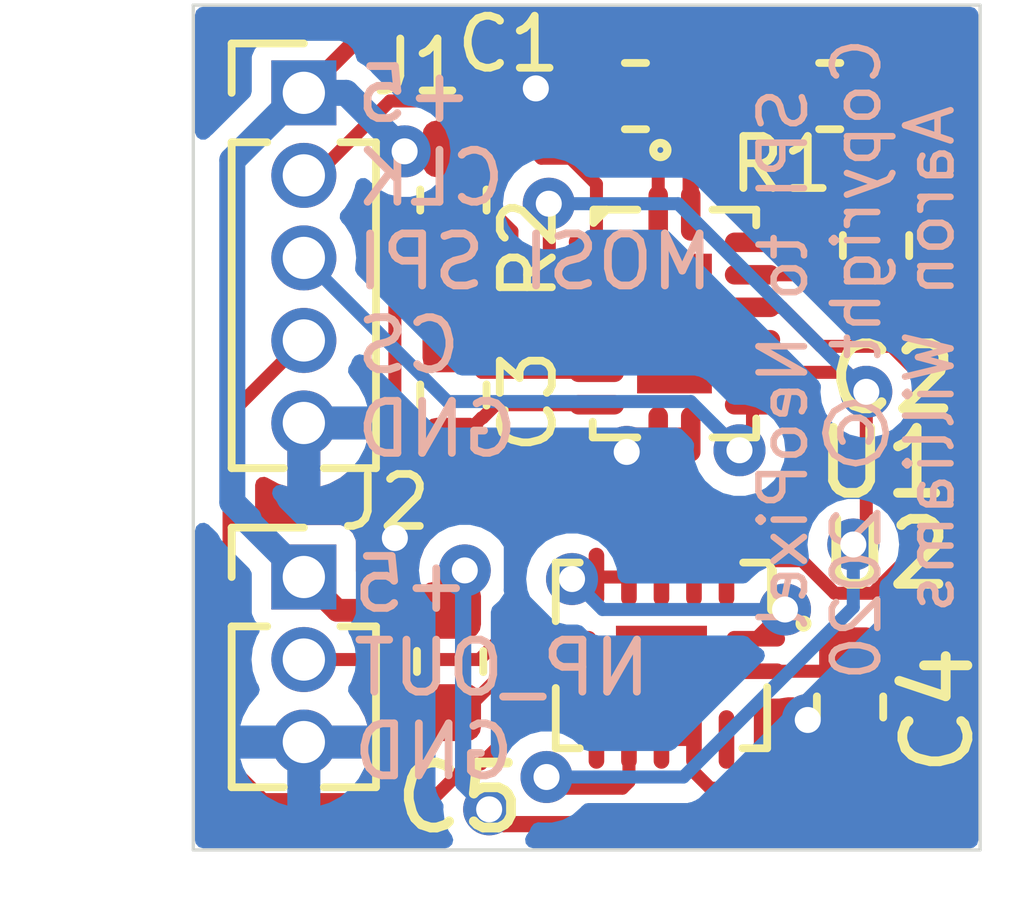
<source format=kicad_pcb>
(kicad_pcb (version 20221018) (generator pcbnew)
  (title_block (title "SPI to NeoPixel Adapter") (date "2020-04-24") (rev "1.0") (company "Aaron Williams"))
  (layers (0 "F.Cu" signal) (31 "B.Cu" signal) (34 "B.Paste" user) (35 "F.Paste" user) (36 "B.SilkS" user "B.Silkscreen") (37 "F.SilkS" user "F.Silkscreen") (38 "B.Mask" user) (39 "F.Mask" user) (44 "Edge.Cuts" user))
  (net 0 "")
  (net 1 "VBUS")
  (net 2 "GND")
  (net 3 "/SHORT_RC")
  (net 4 "Net-(C2-Pad1)")
  (net 5 "/LONG_RC")
  (net 6 "Net-(C3-Pad1)")
  (net 7 "Net-(U1-Pad4)")
  (net 8 "/CLK")
  (net 9 "/~{CLR}")
  (net 10 "/ONE")
  (net 11 "/MOSI")
  (net 12 "Net-(U1-Pad12)")
  (net 13 "/ZERO")
  (net 14 "Net-(U2-Pad13)")
  (net 15 "/~{CS}")
  (net 16 "/OUT")
  (net 17 "Net-(U2-Pad1)")
  (footprint "Capacitor_SMD:C_0603_1608Metric" (layer "F.Cu") (at 44.75 43.4)
    (fp_text reference "C1" (at -1.95 -0.8) (layer "F.SilkS") (effects (font (size 0.8 0.8) (thickness 0.12))))
    (fp_text value "0.1uF")
    (fp_line (start -0.162779 -0.51) (end 0.162779 -0.51) (stroke (width 0.12)) (layer "F.SilkS"))
    (fp_line (start -0.162779 0.51) (end 0.162779 0.51) (stroke (width 0.12)) (layer "F.SilkS"))
    (pad "1" smd roundrect (at -0.7875 0) (size 0.875 0.95) (layers "F.Cu" "F.Paste" "F.Mask") (net 2 "GND"))
    (pad "2" smd roundrect (at 0.7875 0) (size 0.875 0.95) (layers "F.Cu" "F.Paste" "F.Mask") (net 1 "VBUS"))
  )
  (footprint "Capacitor_SMD:C_0603_1608Metric" (layer "F.Cu") (at 41.95 48 90)
    (fp_text reference "C3" (at -0.1 1.15 90) (layer "F.SilkS") (effects (font (size 0.8 0.8) (thickness 0.12))))
    (fp_text value "200pF")
    (fp_line (start -0.162779 -0.51) (end 0.162779 -0.51) (stroke (width 0.12)) (layer "F.SilkS"))
    (fp_line (start -0.162779 0.51) (end 0.162779 0.51) (stroke (width 0.12)) (layer "F.SilkS"))
    (pad "1" smd roundrect (at -0.7875 0 90) (size 0.875 0.95) (layers "F.Cu" "F.Paste" "F.Mask") (net 6 "Net-(C3-Pad1)"))
    (pad "2" smd roundrect (at 0.7875 0 90) (size 0.875 0.95) (layers "F.Cu" "F.Paste" "F.Mask") (net 5 "/LONG_RC"))
  )
  (footprint "Capacitor_SMD:C_0603_1608Metric" (layer "F.Cu") (at 48.05 52.8 90)
    (fp_text reference "C4" (at -0.05 1.35 90) (layer "F.SilkS"))
    (fp_text value "0.1uF")
    (fp_line (start -0.162779 -0.51) (end 0.162779 -0.51) (stroke (width 0.12)) (layer "F.SilkS"))
    (fp_line (start -0.162779 0.51) (end 0.162779 0.51) (stroke (width 0.12)) (layer "F.SilkS"))
    (pad "1" smd roundrect (at -0.7875 0 90) (size 0.875 0.95) (layers "F.Cu" "F.Paste" "F.Mask") (net 2 "GND"))
    (pad "2" smd roundrect (at 0.7875 0 90) (size 0.875 0.95) (layers "F.Cu" "F.Paste" "F.Mask") (net 1 "VBUS"))
  )
  (footprint "Capacitor_SMD:C_0603_1608Metric" (layer "F.Cu") (at 41.9 52.1 90)
    (fp_text reference "C5" (at -2.1 0.15 180) (layer "F.SilkS"))
    (fp_text value "1uF")
    (fp_line (start -0.162779 -0.51) (end 0.162779 -0.51) (stroke (width 0.12)) (layer "F.SilkS"))
    (fp_line (start -0.162779 0.51) (end 0.162779 0.51) (stroke (width 0.12)) (layer "F.SilkS"))
    (pad "1" smd roundrect (at -0.7875 0 90) (size 0.875 0.95) (layers "F.Cu" "F.Paste" "F.Mask") (net 2 "GND"))
    (pad "2" smd roundrect (at 0.7875 0 90) (size 0.875 0.95) (layers "F.Cu" "F.Paste" "F.Mask") (net 1 "VBUS"))
  )
  (footprint "Resistor_SMD:R_0603_1608Metric" (layer "F.Cu") (at 47.7375 43.4)
    (fp_text reference "R1" (at -0.7375 1.05) (layer "F.SilkS") (effects (font (size 0.8 0.8) (thickness 0.12))))
    (fp_text value "4.1K")
    (fp_line (start -0.162779 -0.51) (end 0.162779 -0.51) (stroke (width 0.12)) (layer "F.SilkS"))
    (fp_line (start -0.162779 0.51) (end 0.162779 0.51) (stroke (width 0.12)) (layer "F.SilkS"))
    (pad "1" smd roundrect (at -0.7875 0) (size 0.875 0.95) (layers "F.Cu" "F.Paste" "F.Mask") (net 1 "VBUS"))
    (pad "2" smd roundrect (at 0.7875 0) (size 0.875 0.95) (layers "F.Cu" "F.Paste" "F.Mask") (net 3 "/SHORT_RC"))
  )
  (footprint "Resistor_SMD:R_0603_1608Metric" (layer "F.Cu") (at 41.95 45 -90)
    (fp_text reference "R2" (at 0.75 -1.15 90) (layer "F.SilkS") (effects (font (size 0.8 0.8) (thickness 0.12))))
    (fp_text value "9.1K")
    (fp_line (start -0.162779 -0.51) (end 0.162779 -0.51) (stroke (width 0.12)) (layer "F.SilkS"))
    (fp_line (start -0.162779 0.51) (end 0.162779 0.51) (stroke (width 0.12)) (layer "F.SilkS"))
    (pad "1" smd roundrect (at -0.7875 0 270) (size 0.875 0.95) (layers "F.Cu" "F.Paste" "F.Mask") (net 1 "VBUS"))
    (pad "2" smd roundrect (at 0.7875 0 270) (size 0.875 0.95) (layers "F.Cu" "F.Paste" "F.Mask") (net 5 "/LONG_RC"))
  )
  (footprint "Aaron:SOT-763-1" (layer "F.Cu") (at 45.35 46.9 -90)
    (fp_text reference "U1" (at 2.15 -3.2 180) (layer "F.SilkS"))
    (fp_text value "74HC123")
    (fp_line (start -1.7526 -1.2573) (end -1.5113 -1.2573) (stroke (width 0.12)) (layer "F.SilkS"))
    (fp_line (start -1.7526 -0.5842) (end -1.7526 -1.2573) (stroke (width 0.12)) (layer "F.SilkS"))
    (fp_line (start -1.7526 1.0414) (end -1.7526 1.2446) (stroke (width 0.12)) (layer "F.SilkS"))
    (fp_line (start -1.7526 1.2446) (end -1.7526 0.5715) (stroke (width 0.12)) (layer "F.SilkS"))
    (fp_line (start -1.5494 1.2446) (end -1.7526 1.0414) (stroke (width 0.12)) (layer "F.SilkS"))
    (fp_line (start -1.5494 1.2446) (end -1.7526 1.2446) (stroke (width 0.12)) (layer "F.SilkS"))
    (fp_line (start 1.4605 -1.2573) (end 1.7526 -1.2573) (stroke (width 0.12)) (layer "F.SilkS"))
    (fp_line (start 1.7526 -1.2573) (end 1.7526 -0.5842) (stroke (width 0.12)) (layer "F.SilkS"))
    (fp_line (start 1.7526 0.5715) (end 1.7526 1.2573) (stroke (width 0.12)) (layer "F.SilkS"))
    (fp_line (start 1.7526 1.2573) (end 1.5113 1.2573) (stroke (width 0.12)) (layer "F.SilkS"))
    (fp_circle (center -2.67 0.217) (end -2.561425 0.217) (stroke (width 0.127)) (fill none) (layer "F.SilkS"))
    (pad "1" smd oval (at -1.7 0.25 270) (size 0.85 0.3) (layers "F.Cu" "F.Paste" "F.Mask") (net 2 "GND"))
    (pad "2" smd oval (at -1.25 1.2 270) (size 0.3 0.85) (layers "F.Cu" "F.Paste" "F.Mask") (net 8 "/CLK"))
    (pad "3" smd oval (at -0.75 1.2 270) (size 0.3 0.85) (layers "F.Cu" "F.Paste" "F.Mask") (net 9 "/~{CLR}"))
    (pad "4" smd oval (at -0.25 1.2 270) (size 0.3 0.85) (layers "F.Cu" "F.Paste" "F.Mask") (net 7 "Net-(U1-Pad4)"))
    (pad "5" smd oval (at 0.25 1.2 270) (size 0.3 0.85) (layers "F.Cu" "F.Paste" "F.Mask") (net 10 "/ONE"))
    (pad "6" smd oval (at 0.75 1.2 270) (size 0.3 0.85) (layers "F.Cu" "F.Paste" "F.Mask") (net 5 "/LONG_RC"))
    (pad "7" smd oval (at 1.25 1.2 270) (size 0.3 0.85) (layers "F.Cu" "F.Paste" "F.Mask") (net 6 "Net-(C3-Pad1)"))
    (pad "8" smd oval (at 1.7 0.25 270) (size 0.85 0.3) (layers "F.Cu" "F.Paste" "F.Mask") (net 2 "GND"))
    (pad "9" smd oval (at 1.7 -0.25 270) (size 0.85 0.3) (layers "F.Cu" "F.Paste" "F.Mask") (net 2 "GND"))
    (pad "10" smd oval (at 1.25 -1.2 270) (size 0.3 0.85) (layers "F.Cu" "F.Paste" "F.Mask") (net 11 "/MOSI"))
    (pad "11" smd oval (at 0.75 -1.2 270) (size 0.3 0.85) (layers "F.Cu" "F.Paste" "F.Mask") (net 9 "/~{CLR}"))
    (pad "12" smd oval (at 0.25 -1.2 270) (size 0.3 0.85) (layers "F.Cu" "F.Paste" "F.Mask") (net 12 "Net-(U1-Pad12)"))
    (pad "13" smd oval (at -0.25 -1.2 270) (size 0.3 0.85) (layers "F.Cu" "F.Paste" "F.Mask") (net 13 "/ZERO"))
    (pad "14" smd oval (at -0.75 -1.2 270) (size 0.3 0.85) (layers "F.Cu" "F.Paste" "F.Mask") (net 4 "Net-(C2-Pad1)"))
    (pad "15" smd oval (at -1.25 -1.2 270) (size 0.3 0.85) (layers "F.Cu" "F.Paste" "F.Mask") (net 3 "/SHORT_RC"))
    (pad "16" smd oval (at -1.7 -0.25 270) (size 0.85 0.3) (layers "F.Cu" "F.Paste" "F.Mask") (net 1 "VBUS"))
    (pad "17" smd rect (at 0 0 270) (size 2.15 1.15) (layers "F.Cu" "F.Mask"))
  )
  (footprint "Aaron:SOT-762-1" (layer "F.Cu") (at 45.15 52 180)
    (fp_text reference "U2" (at -3.45 1.55) (layer "F.SilkS"))
    (fp_text value "74HC02" hide)
    (fp_line (start -1.7 1.3) (end -1.7 0.7) (stroke (width 0.15)) (layer "F.SilkS"))
    (fp_line (start -1.6383 1.4224) (end -1.7018 1.3208) (stroke (width 0.12)) (layer "F.SilkS"))
    (fp_line (start -1.6256 -1.4351) (end -1.2446 -1.4351) (stroke (width 0.12)) (layer "F.SilkS"))
    (fp_line (start -1.6256 -0.4953) (end -1.6256 -1.4351) (stroke (width 0.12)) (layer "F.SilkS"))
    (fp_line (start -1.2573 1.4224) (end -1.6383 1.4224) (stroke (width 0.12)) (layer "F.SilkS"))
    (fp_line (start 1.2573 -1.4351) (end 1.6256 -1.4351) (stroke (width 0.12)) (layer "F.SilkS"))
    (fp_line (start 1.6256 -1.4351) (end 1.6256 -0.508) (stroke (width 0.12)) (layer "F.SilkS"))
    (fp_line (start 1.6256 0.5207) (end 1.6256 1.4224) (stroke (width 0.12)) (layer "F.SilkS"))
    (fp_line (start 1.6256 1.4224) (end 1.2573 1.4224) (stroke (width 0.12)) (layer "F.SilkS"))
    (fp_circle (center -2.1844 0.4826) (end -2.1463 0.5334) (stroke (width 0.12)) (fill none) (layer "F.SilkS"))
    (pad "1" smd oval (at -1.45 0.25 270) (size 0.24 0.9) (layers "F.Cu" "F.Paste" "F.Mask") (net 17 "Net-(U2-Pad1)"))
    (pad "2" smd oval (at -1 1.2 180) (size 0.24 0.9) (layers "F.Cu" "F.Paste" "F.Mask") (net 13 "/ZERO"))
    (pad "3" smd oval (at -0.5 1.2 180) (size 0.24 0.9) (layers "F.Cu" "F.Paste" "F.Mask") (net 10 "/ONE"))
    (pad "4" smd oval (at 0 1.2 180) (size 0.24 0.9) (layers "F.Cu" "F.Paste" "F.Mask") (net 16 "/OUT"))
    (pad "5" smd oval (at 0.5 1.2 180) (size 0.24 0.9) (layers "F.Cu" "F.Paste" "F.Mask") (net 17 "Net-(U2-Pad1)"))
    (pad "6" smd oval (at 1 1.2 180) (size 0.24 0.9) (layers "F.Cu" "F.Paste" "F.Mask") (net 17 "Net-(U2-Pad1)"))
    (pad "7" smd oval (at 1.45 0.25 270) (size 0.24 0.9) (layers "F.Cu" "F.Paste" "F.Mask") (net 2 "GND"))
    (pad "8" smd oval (at 1.45 -0.25 270) (size 0.24 0.9) (layers "F.Cu" "F.Paste" "F.Mask") (net 15 "/~{CS}"))
    (pad "9" smd oval (at 1 -1.3 180) (size 0.24 0.9) (layers "F.Cu" "F.Paste" "F.Mask") (net 15 "/~{CS}"))
    (pad "10" smd oval (at 0.5 -1.3 180) (size 0.24 0.9) (layers "F.Cu" "F.Paste" "F.Mask") (net 9 "/~{CLR}"))
    (pad "11" smd oval (at 0 -1.3 180) (size 0.24 0.9) (layers "F.Cu" "F.Paste" "F.Mask") (net 2 "GND"))
    (pad "12" smd oval (at -0.5 -1.3 180) (size 0.24 0.9) (layers "F.Cu" "F.Paste" "F.Mask") (net 2 "GND"))
    (pad "13" smd oval (at -1 -1.3 180) (size 0.24 0.9) (layers "F.Cu" "F.Paste" "F.Mask") (net 14 "Net-(U2-Pad13)"))
    (pad "14" smd oval (at -1.45 -0.25 270) (size 0.24 0.9) (layers "F.Cu" "F.Paste" "F.Mask") (net 1 "VBUS"))
    (pad "15" smd rect (at 0 0 180) (size 1.4 0.9) (layers "F.Cu" "F.Paste" "F.Mask"))
  )
  (footprint "Connector_PinHeader_1.27mm:PinHeader_1x05_P1.27mm_Vertical" (layer "F.Cu") (at 39.65 43.35)
    (fp_text reference "J1" (at 1.75 -0.4) (layer "F.SilkS") (effects (font (size 0.8 0.8) (thickness 0.12))))
    (fp_text value "Conn_01x05")
    (fp_line (start -1.11 -0.76) (end 0 -0.76) (stroke (width 0.12)) (layer "F.SilkS"))
    (fp_line (start -1.11 0) (end -1.11 -0.76) (stroke (width 0.12)) (layer "F.SilkS"))
    (fp_line (start -1.11 0.76) (end -1.11 5.775) (stroke (width 0.12)) (layer "F.SilkS"))
    (fp_line (start -1.11 0.76) (end -0.563471 0.76) (stroke (width 0.12)) (layer "F.SilkS"))
    (fp_line (start -1.11 5.775) (end -0.30753 5.775) (stroke (width 0.12)) (layer "F.SilkS"))
    (fp_line (start 0.30753 5.775) (end 1.11 5.775) (stroke (width 0.12)) (layer "F.SilkS"))
    (fp_line (start 0.563471 0.76) (end 1.11 0.76) (stroke (width 0.12)) (layer "F.SilkS"))
    (fp_line (start 1.11 0.76) (end 1.11 5.775) (stroke (width 0.12)) (layer "F.SilkS"))
    (pad "1" thru_hole rect (at 0 0) (size 1 1) (drill 0.65) (layers "*.Cu" "*.Mask") (net 1 "VBUS"))
    (pad "2" thru_hole oval (at 0 1.27) (size 1 1) (drill 0.65) (layers "*.Cu" "*.Mask") (net 8 "/CLK"))
    (pad "3" thru_hole oval (at 0 2.54) (size 1 1) (drill 0.65) (layers "*.Cu" "*.Mask") (net 11 "/MOSI"))
    (pad "4" thru_hole oval (at 0 3.81) (size 1 1) (drill 0.65) (layers "*.Cu" "*.Mask") (net 15 "/~{CS}"))
    (pad "5" thru_hole oval (at 0 5.08) (size 1 1) (drill 0.65) (layers "*.Cu" "*.Mask") (net 2 "GND"))
  )
  (footprint "Connector_PinHeader_1.27mm:PinHeader_1x03_P1.27mm_Vertical" (layer "F.Cu") (at 39.65 50.8)
    (fp_text reference "J2" (at 1.25 -1.15) (layer "F.SilkS") (effects (font (size 0.8 0.8) (thickness 0.12))))
    (fp_text value "Conn_01x03")
    (fp_line (start -1.11 -0.76) (end 0 -0.76) (stroke (width 0.12)) (layer "F.SilkS"))
    (fp_line (start -1.11 0) (end -1.11 -0.76) (stroke (width 0.12)) (layer "F.SilkS"))
    (fp_line (start -1.11 0.76) (end -1.11 3.235) (stroke (width 0.12)) (layer "F.SilkS"))
    (fp_line (start -1.11 0.76) (end -0.563471 0.76) (stroke (width 0.12)) (layer "F.SilkS"))
    (fp_line (start -1.11 3.235) (end -0.30753 3.235) (stroke (width 0.12)) (layer "F.SilkS"))
    (fp_line (start 0.30753 3.235) (end 1.11 3.235) (stroke (width 0.12)) (layer "F.SilkS"))
    (fp_line (start 0.563471 0.76) (end 1.11 0.76) (stroke (width 0.12)) (layer "F.SilkS"))
    (fp_line (start 1.11 0.76) (end 1.11 3.235) (stroke (width 0.12)) (layer "F.SilkS"))
    (pad "1" thru_hole rect (at 0 0) (size 1 1) (drill 0.65) (layers "*.Cu" "*.Mask") (net 1 "VBUS"))
    (pad "2" thru_hole oval (at 0 1.27) (size 1 1) (drill 0.65) (layers "*.Cu" "*.Mask") (net 16 "/OUT"))
    (pad "3" thru_hole oval (at 0 2.54) (size 1 1) (drill 0.65) (layers "*.Cu" "*.Mask") (net 2 "GND"))
  )
  (footprint "Capacitor_SMD:C_0603_1608Metric" (layer "F.Cu") (at 48.45 45.7 90)
    (fp_text reference "C2" (at -2.05 0.25 180) (layer "F.SilkS"))
    (fp_text value "200pF")
    (fp_line (start -0.162779 -0.51) (end 0.162779 -0.51) (stroke (width 0.12)) (layer "F.SilkS"))
    (fp_line (start -0.162779 0.51) (end 0.162779 0.51) (stroke (width 0.12)) (layer "F.SilkS"))
    (pad "1" smd roundrect (at -0.7875 0 90) (size 0.875 0.95) (layers "F.Cu" "F.Paste" "F.Mask") (net 4 "Net-(C2-Pad1)"))
    (pad "2" smd roundrect (at 0.7875 0 90) (size 0.875 0.95) (layers "F.Cu" "F.Paste" "F.Mask") (net 3 "/SHORT_RC"))
  )
  (gr_line (start 50.05 42) (end 37.95 42) (stroke (width 0.05)) (layer "Edge.Cuts"))
  (gr_line (start 37.95 42) (end 37.95 55) (stroke (width 0.05)) (layer "Edge.Cuts"))
  (gr_line (start 50.05 55) (end 50.05 42) (stroke (width 0.05)) (layer "Edge.Cuts"))
  (gr_line (start 37.95 55) (end 50.05 55) (stroke (width 0.05)) (layer "Edge.Cuts"))
  (gr_line (start 37.95 42) (end 37.95 42) (stroke (width 0.05)) (layer "Edge.Cuts"))
  (gr_text "+5\nCLK\nMOSI SPI\nCS\nGND" (at 40.4 45.95) (layer "B.SilkS") (effects (font (size 0.8 0.8) (thickness 0.12)) (justify right mirror)))
  (gr_text "SPI to NeoPixel\nCopyright © 2020\nAaron Williams" (at 48.15 47.45 90) (layer "B.SilkS") (effects (font (size 0.7 0.7) (thickness 0.1)) (justify mirror)))
  (gr_text "+5\nNP_OUT\nGND" (at 40.35 52.2) (layer "B.SilkS") (effects (font (size 0.8 0.8) (thickness 0.12)) (justify right mirror)))
  (segment (start 40.45 42.55) (end 39.65 43.35) (width 0.25) (layer "F.Cu") (net 1))
  (segment (start 41.95 44.2125) (end 41.2375 44.2125) (width 0.25) (layer "F.Cu") (net 1))
  (segment (start 42.076547 50.698453) (end 42.12499 50.698453) (width 0.35) (layer "F.Cu") (net 1))
  (segment (start 41.9 50.875) (end 42.076547 50.698453) (width 0.35) (layer "F.Cu") (net 1))
  (segment (start 41.9 51.3125) (end 40.1625 51.3125) (width 0.35) (layer "F.Cu") (net 1))
  (segment (start 46.95 43.4) (end 45.5375 43.4) (width 0.2) (layer "F.Cu") (net 1))
  (segment (start 48.95 52.4375) (end 48.95 54) (width 0.25) (layer "F.Cu") (net 1))
  (segment (start 48.05 52.0125) (end 47.8125 52.25) (width 0.2) (layer "F.Cu") (net 1))
  (segment (start 48.95 54) (end 48.34744 54.60256) (width 0.25) (layer "F.Cu") (net 1))
  (segment (start 41.9 51.3125) (end 41.9 50.875) (width 0.35) (layer "F.Cu") (net 1))
  (segment (start 48.34744 54.60256) (end 42.72756 54.60256) (width 0.25) (layer "F.Cu") (net 1))
  (segment (start 42.72756 54.60256) (end 42.5 54.375) (width 0.25) (layer "F.Cu") (net 1))
  (segment (start 40.1625 51.3125) (end 39.65 50.8) (width 0.35) (layer "F.Cu") (net 1))
  (segment (start 47.8125 52.25) (end 46.6 52.25) (width 0.2) (layer "F.Cu") (net 1))
  (segment (start 45.6 43.4625) (end 45.5375 43.4) (width 0.25) (layer "F.Cu") (net 1))
  (segment (start 44.75 42.55) (end 40.45 42.55) (width 0.25) (layer "F.Cu") (net 1))
  (segment (start 41.2375 44.2125) (end 41.2 44.25) (width 0.25) (layer "F.Cu") (net 1))
  (segment (start 45.6 45.2) (end 45.6 43.4625) (width 0.25) (layer "F.Cu") (net 1))
  (segment (start 48.525 52.0125) (end 48.95 52.4375) (width 0.25) (layer "F.Cu") (net 1))
  (segment (start 45.5375 43.4) (end 45.5375 43.3375) (width 0.25) (layer "F.Cu") (net 1))
  (segment (start 45.5375 43.3375) (end 44.75 42.55) (width 0.25) (layer "F.Cu") (net 1))
  (segment (start 48.05 52.0125) (end 48.525 52.0125) (width 0.25) (layer "F.Cu") (net 1))
  (via (at 41.2 44.25) (size 0.8) (drill 0.4) (layers "F.Cu" "B.Cu") (net 1))
  (via (at 42.5 54.375) (size 0.8) (drill 0.4) (layers "F.Cu" "B.Cu") (net 1))
  (via (at 42.12499 50.698453) (size 0.8) (drill 0.4) (layers "F.Cu" "B.Cu") (net 1))
  (segment (start 42.100001 53.975001) (end 42.100001 50.723442) (width 0.25) (layer "B.Cu") (net 1))
  (segment (start 41.2 44.25) (end 40.3 43.35) (width 0.4) (layer "B.Cu") (net 1))
  (segment (start 39.65 43.35) (end 39.587998 43.35) (width 0.4) (layer "B.Cu") (net 1))
  (segment (start 38.8 49.95) (end 39.65 50.8) (width 0.4) (layer "B.Cu") (net 1))
  (segment (start 40.3 43.35) (end 39.65 43.35) (width 0.4) (layer "B.Cu") (net 1))
  (segment (start 38.55 44.387998) (end 38.55 49.65) (width 0.4) (layer "B.Cu") (net 1))
  (segment (start 42.100001 50.723442) (end 42.12499 50.698453) (width 0.25) (layer "B.Cu") (net 1))
  (segment (start 38.55 49.65) (end 38.8 49.9) (width 0.4) (layer "B.Cu") (net 1))
  (segment (start 39.587998 43.35) (end 38.55 44.387998) (width 0.4) (layer "B.Cu") (net 1))
  (segment (start 38.8 49.9) (end 38.8 49.95) (width 0.4) (layer "B.Cu") (net 1))
  (segment (start 42.5 54.375) (end 42.100001 53.975001) (width 0.25) (layer "B.Cu") (net 1))
  (segment (start 45.1 44.55) (end 43.9625 43.4125) (width 0.2) (layer "F.Cu") (net 2))
  (segment (start 47.9875 53.5875) (end 47.4 53) (width 0.35) (layer "F.Cu") (net 2))
  (segment (start 44.615399 48.734601) (end 44.615399 48.875435) (width 0.2) (layer "F.Cu") (net 2))
  (segment (start 48.05 53.5875) (end 47.58749 54.05001) (width 0.2) (layer "F.Cu") (net 2))
  (segment (start 43.7 51.75) (end 43.23684 51.75) (width 0.2) (layer "F.Cu") (net 2))
  (segment (start 43.336107 43.4) (end 43.217744 43.281637) (width 0.25) (layer "F.Cu") (net 2))
  (segment (start 45.1 48.6) (end 44.75 48.6) (width 0.2) (layer "F.Cu") (net 2))
  (segment (start 45.6 48.6) (end 45.1 48.6) (width 0.2) (layer "F.Cu") (net 2))
  (segment (start 45.90001 54.05001) (end 45.65 53.8) (width 0.2) (layer "F.Cu") (net 2))
  (segment (start 44.75 48.6) (end 44.615399 48.734601) (width 0.2) (layer "F.Cu") (net 2))
  (segment (start 42.09934 52.8875) (end 41.9 52.8875) (width 0.2) (layer "F.Cu") (net 2))
  (segment (start 43.9625 43.4125) (end 43.9625 43.4) (width 0.2) (layer "F.Cu") (net 2))
  (segment (start 43.23684 51.75) (end 42.09934 52.8875) (width 0.2) (layer "F.Cu") (net 2))
  (segment (start 45.65 53.8) (end 45.65 53.3) (width 0.2) (layer "F.Cu") (net 2))
  (segment (start 47.58749 54.05001) (end 45.90001 54.05001) (width 0.2) (layer "F.Cu") (net 2))
  (segment (start 48.05 53.5875) (end 47.9875 53.5875) (width 0.35) (layer "F.Cu") (net 2))
  (segment (start 43.9625 43.4) (end 43.336107 43.4) (width 0.25) (layer "F.Cu") (net 2))
  (segment (start 45.65 53.3) (end 45.15 53.3) (width 0.2) (layer "F.Cu") (net 2))
  (segment (start 45.1 45.2) (end 45.1 44.55) (width 0.2) (layer "F.Cu") (net 2))
  (via (at 41.05 50.2) (size 0.8) (drill 0.4) (layers "F.Cu" "B.Cu") (net 2))
  (via (at 43.217744 43.281637) (size 0.8) (drill 0.4) (layers "F.Cu" "B.Cu") (net 2))
  (via (at 44.615399 48.875435) (size 0.8) (drill 0.4) (layers "F.Cu" "B.Cu") (net 2))
  (via (at 47.4 53) (size 0.8) (drill 0.4) (layers "F.Cu" "B.Cu") (net 2))
  (segment (start 42.85 50) (end 42.85 51) (width 0.25) (layer "B.Cu") (net 2))
  (segment (start 42.85 51) (end 43.4 51.55) (width 0.25) (layer "B.Cu") (net 2))
  (segment (start 48.45 44.9125) (end 48.45 43.475) (width 0.2) (layer "F.Cu") (net 3))
  (segment (start 48.1125 45.25) (end 47.2 45.25) (width 0.2) (layer "F.Cu") (net 3))
  (segment (start 47.2 45.25) (end 46.8 45.65) (width 0.2) (layer "F.Cu") (net 3))
  (segment (start 46.8 45.65) (end 46.55 45.65) (width 0.2) (layer "F.Cu") (net 3))
  (segment (start 48.45 43.475) (end 48.525 43.4) (width 0.2) (layer "F.Cu") (net 3))
  (segment (start 48.45 44.9125) (end 48.1125 45.25) (width 0.2) (layer "F.Cu") (net 3))
  (segment (start 47.175 46.15) (end 46.55 46.15) (width 0.2) (layer "F.Cu") (net 4))
  (segment (start 48.1125 46.15) (end 47.175 46.15) (width 0.2) (layer "F.Cu") (net 4))
  (segment (start 48.45 46.4875) (end 48.1125 46.15) (width 0.2) (layer "F.Cu") (net 4))
  (segment (start 41.95 47.2125) (end 41.95 45.7875) (width 0.2) (layer "F.Cu") (net 5))
  (segment (start 42.3875 47.65) (end 41.95 47.2125) (width 0.2) (layer "F.Cu") (net 5))
  (segment (start 44.15 47.65) (end 42.3875 47.65) (width 0.2) (layer "F.Cu") (net 5))
  (segment (start 44.15 48.15) (end 42.6 48.15) (width 0.2) (layer "F.Cu") (net 6))
  (segment (start 42.4 48.35) (end 42.3875 48.35) (width 0.2) (layer "F.Cu") (net 6))
  (segment (start 42.6 48.15) (end 42.4 48.35) (width 0.2) (layer "F.Cu") (net 6))
  (segment (start 42.3875 48.35) (end 41.95 48.7875) (width 0.2) (layer "F.Cu") (net 6))
  (segment (start 44.15 45.3) (end 44.15 45.65) (width 0.2) (layer "F.Cu") (net 8))
  (segment (start 42.42113 43.47499) (end 43.302061 44.355921) (width 0.2) (layer "F.Cu") (net 8))
  (segment (start 40.97501 43.47499) (end 42.42113 43.47499) (width 0.2) (layer "F.Cu") (net 8))
  (segment (start 43.302061 44.355921) (end 43.751803 44.355921) (width 0.2) (layer "F.Cu") (net 8))
  (segment (start 39.83 44.62) (end 40.97501 43.47499) (width 0.2) (layer "F.Cu") (net 8))
  (segment (start 43.751803 44.355921) (end 44.15 44.754118) (width 0.2) (layer "F.Cu") (net 8))
  (segment (start 44.15 44.754118) (end 44.15 45.3) (width 0.2) (layer "F.Cu") (net 8))
  (segment (start 39.65 44.62) (end 39.83 44.62) (width 0.2) (layer "F.Cu") (net 8))
  (segment (start 46.55 47.65) (end 48.000002 47.65) (width 0.2) (layer "F.Cu") (net 9))
  (segment (start 44.55 54.05) (end 43.554847 54.05) (width 0.2) (layer "F.Cu") (net 9))
  (segment (start 48.300002 50.099998) (end 48.1 50.3) (width 0.2) (layer "F.Cu") (net 9))
  (segment (start 43.7 46.15) (end 43.42499 45.87499) (width 0.2) (layer "F.Cu") (net 9))
  (segment (start 48.000002 47.65) (end 48.300002 47.95) (width 0.2) (layer "F.Cu") (net 9))
  (segment (start 43.42499 45.87499) (end 43.42499 45.063886) (width 0.2) (layer "F.Cu") (net 9))
  (segment (start 44.15 46.15) (end 43.7 46.15) (width 0.2) (layer "F.Cu") (net 9))
  (segment (start 43.42499 45.063886) (end 43.417027 45.055923) (width 0.2) (layer "F.Cu") (net 9))
  (segment (start 44.65 53.3) (end 44.65 53.95) (width 0.2) (layer "F.Cu") (net 9))
  (segment (start 48.300002 47.95) (end 48.300002 50.099998) (width 0.2) (layer "F.Cu") (net 9))
  (segment (start 43.554847 54.05) (end 43.382406 53.877559) (width 0.2) (layer "F.Cu") (net 9))
  (segment (start 44.65 53.95) (end 44.55 54.05) (width 0.2) (layer "F.Cu") (net 9))
  (via (at 48.1 50.3) (size 0.8) (drill 0.4) (layers "F.Cu" "B.Cu") (net 9))
  (via (at 43.382406 53.877559) (size 0.8) (drill 0.4) (layers "F.Cu" "B.Cu") (net 9))
  (via (at 48.300002 47.95) (size 0.8) (drill 0.4) (layers "F.Cu" "B.Cu") (net 9))
  (via (at 43.417027 45.055923) (size 0.8) (drill 0.4) (layers "F.Cu" "B.Cu") (net 9))
  (segment (start 48.1 50.865685) (end 48.1 50.3) (width 0.2) (layer "B.Cu") (net 9))
  (segment (start 45.488126 53.877559) (end 48.1 51.265685) (width 0.2) (layer "B.Cu") (net 9))
  (segment (start 48.300002 47.95) (end 48.3 47.95) (width 0.2) (layer "B.Cu") (net 9))
  (segment (start 43.382406 53.877559) (end 45.488126 53.877559) (width 0.2) (layer "B.Cu") (net 9))
  (segment (start 45.405923 45.055923) (end 43.417027 45.055923) (width 0.2) (layer "B.Cu") (net 9))
  (segment (start 48.3 47.95) (end 45.405923 45.055923) (width 0.2) (layer "B.Cu") (net 9))
  (segment (start 48.1 51.265685) (end 48.1 50.865685) (width 0.2) (layer "B.Cu") (net 9))
  (segment (start 42.42113 45.04999) (end 41.436014 45.04999) (width 0.2) (layer "F.Cu") (net 10))
  (segment (start 42.85 46.3) (end 42.85 45.47886) (width 0.2) (layer "F.Cu") (net 10))
  (segment (start 43.7 47.15) (end 42.85 46.3) (width 0.2) (layer "F.Cu") (net 10))
  (segment (start 45.65 50.3) (end 45.65 50.8) (width 0.2) (layer "F.Cu") (net 10))
  (segment (start 41.425436 49.575436) (end 44.925436 49.575436) (width 0.2) (layer "F.Cu") (net 10))
  (segment (start 41.436014 45.04999) (end 41.05 45.436004) (width 0.2) (layer "F.Cu") (net 10))
  (segment (start 42.85 45.47886) (end 42.42113 45.04999) (width 0.2) (layer "F.Cu") (net 10))
  (segment (start 44.15 47.15) (end 43.7 47.15) (width 0.2) (layer "F.Cu") (net 10))
  (segment (start 41.05 49.2) (end 41.425436 49.575436) (width 0.2) (layer "F.Cu") (net 10))
  (segment (start 44.925436 49.575436) (end 45.65 50.3) (width 0.2) (layer "F.Cu") (net 10))
  (segment (start 41.05 45.436004) (end 41.05 49.2) (width 0.2) (layer "F.Cu") (net 10))
  (segment (start 46.55 48.650066) (end 46.350066 48.85) (width 0.2) (layer "F.Cu") (net 11))
  (segment (start 46.55 48.15) (end 46.55 48.650066) (width 0.2) (layer "F.Cu") (net 11))
  (via (at 46.350066 48.85) (size 0.8) (drill 0.4) (layers "F.Cu" "B.Cu") (net 11))
  (segment (start 45.600066 48.1) (end 41.86 48.1) (width 0.2) (layer "B.Cu") (net 11))
  (segment (start 41.86 48.1) (end 39.65 45.89) (width 0.2) (layer "B.Cu") (net 11))
  (segment (start 46.350066 48.85) (end 45.600066 48.1) (width 0.2) (layer "B.Cu") (net 11))
  (segment (start 45.950067 48.450001) (end 46.350066 48.85) (width 0.2) (layer "B.Cu") (net 11))
  (segment (start 48.399999 51.050001) (end 49.1 50.35) (width 0.2) (layer "F.Cu") (net 13))
  (segment (start 47.313996 50.55) (end 47.813997 51.050001) (width 0.2) (layer "F.Cu") (net 13))
  (segment (start 47.599989 47.249989) (end 47 46.65) (width 0.2) (layer "F.Cu") (net 13))
  (segment (start 46.4 50.55) (end 47.313996 50.55) (width 0.2) (layer "F.Cu") (net 13))
  (segment (start 47.813997 51.050001) (end 48.399999 51.050001) (width 0.2) (layer "F.Cu") (net 13))
  (segment (start 46.15 50.8) (end 46.4 50.55) (width 0.2) (layer "F.Cu") (net 13))
  (segment (start 49.1 50.35) (end 49.1 47.663996) (width 0.2) (layer "F.Cu") (net 13))
  (segment (start 48.685993 47.249989) (end 47.599989 47.249989) (width 0.2) (layer "F.Cu") (net 13))
  (segment (start 47 46.65) (end 46.55 46.65) (width 0.2) (layer "F.Cu") (net 13))
  (segment (start 49.1 47.663996) (end 48.685993 47.249989) (width 0.2) (layer "F.Cu") (net 13))
  (segment (start 39.025001 54.225001) (end 41.613997 54.225001) (width 0.2) (layer "F.Cu") (net 15))
  (segment (start 39.65 47.16) (end 38.5 48.31) (width 0.2) (layer "F.Cu") (net 15))
  (segment (start 44.15 52.7) (end 43.7 52.25) (width 0.2) (layer "F.Cu") (net 15))
  (segment (start 38.5 53.7) (end 39.025001 54.225001) (width 0.2) (layer "F.Cu") (net 15))
  (segment (start 44.15 53.3) (end 44.15 52.7) (width 0.2) (layer "F.Cu") (net 15))
  (segment (start 42.175001 53.674999) (end 41.624999 54.225001) (width 0.2) (layer "F.Cu") (net 15))
  (segment (start 42.375001 53.674999) (end 42.175001 53.674999) (width 0.2) (layer "F.Cu") (net 15))
  (segment (start 43.7 52.35) (end 42.375001 53.674999) (width 0.2) (layer "F.Cu") (net 15))
  (segment (start 38.5 48.31) (end 38.5 53.7) (width 0.2) (layer "F.Cu") (net 15))
  (segment (start 41.613997 54.225001) (end 41.613997 54.236003) (width 0.2) (layer "F.Cu") (net 15))
  (segment (start 43.7 52.25) (end 43.7 52.35) (width 0.2) (layer "F.Cu") (net 15))
  (segment (start 41.624999 54.225001) (end 41.613997 54.225001) (width 0.2) (layer "F.Cu") (net 15))
  (segment (start 45.15 50.3657) (end 45.15 50.8) (width 0.2) (layer "F.Cu") (net 16))
  (segment (start 39.65 52.07) (end 42.35114 52.07) (width 0.2) (layer "F.Cu") (net 16))
  (segment (start 42.9 50.513998) (end 43.413998 50) (width 0.2) (layer "F.Cu") (net 16))
  (segment (start 42.9 51.52114) (end 42.9 50.513998) (width 0.2) (layer "F.Cu") (net 16))
  (segment (start 42.35114 52.07) (end 42.9 51.52114) (width 0.2) (layer "F.Cu") (net 16))
  (segment (start 43.413998 50) (end 44.7843 50) (width 0.2) (layer "F.Cu") (net 16))
  (segment (start 44.7843 50) (end 45.15 50.3657) (width 0.2) (layer "F.Cu") (net 16))
  (segment (start 44.65 50.8) (end 43.806044 50.8) (width 0.2) (layer "F.Cu") (net 17))
  (segment (start 46.6 51.75) (end 47.05 51.3) (width 0.2) (layer "F.Cu") (net 17))
  (segment (start 43.806044 50.8) (end 43.774769 50.831275) (width 0.2) (layer "F.Cu") (net 17))
  (via (at 43.774769 50.831275) (size 0.8) (drill 0.4) (layers "F.Cu" "B.Cu") (net 17))
  (via (at 47.05 51.3) (size 0.8) (drill 0.4) (layers "F.Cu" "B.Cu") (net 17))
  (segment (start 44.243494 51.3) (end 43.774769 50.831275) (width 0.2) (layer "B.Cu") (net 17))
  (segment (start 47.05 51.3) (end 44.243494 51.3) (width 0.2) (layer "B.Cu") (net 17))
  (zone (net 2) (net_name "GND") (layer "F.Cu") (connect_pads (clearance 0.3)) (min_thickness 0.254) (fill yes (thermal_gap 0.508) (thermal_bridge_width 0.508))
    (polygon (pts (xy 50.05 55) (xy 37.95 55) (xy 37.95 42) (xy 50.05 42)))
  )
  (zone (net 2) (net_name "GND") (layer "B.Cu") (connect_pads (clearance 0.3)) (min_thickness 0.254) (fill yes (thermal_gap 0.508) (thermal_bridge_width 0.508))
    (polygon (pts (xy 50.05 55) (xy 37.95 55) (xy 37.95 42) (xy 50.05 42)))
  )
)
</source>
